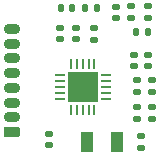
<source format=gbr>
%TF.GenerationSoftware,KiCad,Pcbnew,9.0.0*%
%TF.CreationDate,2025-03-18T12:57:55-04:00*%
%TF.ProjectId,Tarea_1_Modulo_NRF24L01,54617265-615f-4315-9f4d-6f64756c6f5f,rev?*%
%TF.SameCoordinates,Original*%
%TF.FileFunction,Soldermask,Top*%
%TF.FilePolarity,Negative*%
%FSLAX46Y46*%
G04 Gerber Fmt 4.6, Leading zero omitted, Abs format (unit mm)*
G04 Created by KiCad (PCBNEW 9.0.0) date 2025-03-18 12:57:55*
%MOMM*%
%LPD*%
G01*
G04 APERTURE LIST*
G04 Aperture macros list*
%AMRoundRect*
0 Rectangle with rounded corners*
0 $1 Rounding radius*
0 $2 $3 $4 $5 $6 $7 $8 $9 X,Y pos of 4 corners*
0 Add a 4 corners polygon primitive as box body*
4,1,4,$2,$3,$4,$5,$6,$7,$8,$9,$2,$3,0*
0 Add four circle primitives for the rounded corners*
1,1,$1+$1,$2,$3*
1,1,$1+$1,$4,$5*
1,1,$1+$1,$6,$7*
1,1,$1+$1,$8,$9*
0 Add four rect primitives between the rounded corners*
20,1,$1+$1,$2,$3,$4,$5,0*
20,1,$1+$1,$4,$5,$6,$7,0*
20,1,$1+$1,$6,$7,$8,$9,0*
20,1,$1+$1,$8,$9,$2,$3,0*%
G04 Aperture macros list end*
%ADD10RoundRect,0.140000X0.170000X-0.140000X0.170000X0.140000X-0.170000X0.140000X-0.170000X-0.140000X0*%
%ADD11RoundRect,0.147500X0.172500X-0.147500X0.172500X0.147500X-0.172500X0.147500X-0.172500X-0.147500X0*%
%ADD12RoundRect,0.225000X0.475000X-0.225000X0.475000X0.225000X-0.475000X0.225000X-0.475000X-0.225000X0*%
%ADD13O,1.400000X0.900000*%
%ADD14RoundRect,0.140000X-0.170000X0.140000X-0.170000X-0.140000X0.170000X-0.140000X0.170000X0.140000X0*%
%ADD15R,1.000000X1.800000*%
%ADD16RoundRect,0.147500X-0.147500X-0.172500X0.147500X-0.172500X0.147500X0.172500X-0.147500X0.172500X0*%
%ADD17RoundRect,0.140000X0.140000X0.170000X-0.140000X0.170000X-0.140000X-0.170000X0.140000X-0.170000X0*%
%ADD18RoundRect,0.062500X-0.350000X-0.062500X0.350000X-0.062500X0.350000X0.062500X-0.350000X0.062500X0*%
%ADD19RoundRect,0.062500X-0.062500X-0.350000X0.062500X-0.350000X0.062500X0.350000X-0.062500X0.350000X0*%
%ADD20R,2.500000X2.500000*%
%ADD21RoundRect,0.135000X0.185000X-0.135000X0.185000X0.135000X-0.185000X0.135000X-0.185000X-0.135000X0*%
G04 APERTURE END LIST*
D10*
%TO.C,C4*%
X146750000Y-66610000D03*
X146750000Y-65650000D03*
%TD*%
D11*
%TO.C,L1*%
X145250000Y-62160000D03*
X145250000Y-61190000D03*
%TD*%
D12*
%TO.C,J1*%
X134900000Y-67750000D03*
D13*
X134900000Y-66500000D03*
X134900000Y-65250000D03*
X134900000Y-64000000D03*
X134900000Y-62750000D03*
X134900000Y-61500000D03*
X134900000Y-60250000D03*
X134900000Y-59000000D03*
%TD*%
D10*
%TO.C,C7*%
X146750000Y-64310000D03*
X146750000Y-63350000D03*
%TD*%
%TO.C,C5*%
X145450000Y-66610000D03*
X145450000Y-65650000D03*
%TD*%
D14*
%TO.C,C1*%
X138000000Y-67900000D03*
X138000000Y-68860000D03*
%TD*%
D15*
%TO.C,Y1*%
X141250000Y-68550000D03*
X143750000Y-68550000D03*
%TD*%
D10*
%TO.C,C8*%
X145000000Y-58060000D03*
X145000000Y-57100000D03*
%TD*%
D16*
%TO.C,L3*%
X145400000Y-59300000D03*
X146370000Y-59300000D03*
%TD*%
D17*
%TO.C,C11*%
X139980000Y-57200000D03*
X139020000Y-57200000D03*
%TD*%
D10*
%TO.C,C3*%
X140300000Y-59860000D03*
X140300000Y-58900000D03*
%TD*%
D16*
%TO.C,L4*%
X141100000Y-57200000D03*
X142070000Y-57200000D03*
%TD*%
D10*
%TO.C,C2*%
X139000000Y-59860000D03*
X139000000Y-58900000D03*
%TD*%
D11*
%TO.C,L2*%
X146425000Y-62160000D03*
X146425000Y-61190000D03*
%TD*%
D18*
%TO.C,U1*%
X138937500Y-62925000D03*
X138937500Y-63425000D03*
X138937500Y-63925000D03*
X138937500Y-64425000D03*
X138937500Y-64925000D03*
D19*
X139875000Y-65862500D03*
X140375000Y-65862500D03*
X140875000Y-65862500D03*
X141375000Y-65862500D03*
X141875000Y-65862500D03*
D18*
X142812500Y-64925000D03*
X142812500Y-64425000D03*
X142812500Y-63925000D03*
X142812500Y-63425000D03*
X142812500Y-62925000D03*
D19*
X141875000Y-61987500D03*
X141375000Y-61987500D03*
X140875000Y-61987500D03*
X140375000Y-61987500D03*
X139875000Y-61987500D03*
D20*
X140875000Y-63925000D03*
%TD*%
D10*
%TO.C,C9*%
X145450000Y-64310000D03*
X145450000Y-63350000D03*
%TD*%
%TO.C,C10*%
X143700000Y-58100000D03*
X143700000Y-57140000D03*
%TD*%
D21*
%TO.C,R2*%
X145850000Y-69070000D03*
X145850000Y-68050000D03*
%TD*%
D10*
%TO.C,C6*%
X146400000Y-58060000D03*
X146400000Y-57100000D03*
%TD*%
D21*
%TO.C,R1*%
X141800000Y-59920000D03*
X141800000Y-58900000D03*
%TD*%
M02*

</source>
